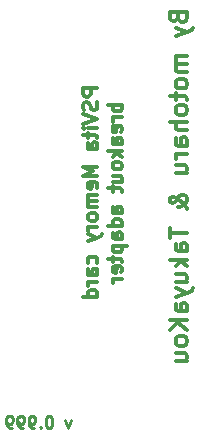
<source format=gbr>
G04 #@! TF.GenerationSoftware,KiCad,Pcbnew,(5.0.0)*
G04 #@! TF.CreationDate,2018-08-17T08:56:31+08:00*
G04 #@! TF.ProjectId,VitaMemBreakout,566974614D656D427265616B6F75742E,rev?*
G04 #@! TF.SameCoordinates,Original*
G04 #@! TF.FileFunction,Legend,Bot*
G04 #@! TF.FilePolarity,Positive*
%FSLAX46Y46*%
G04 Gerber Fmt 4.6, Leading zero omitted, Abs format (unit mm)*
G04 Created by KiCad (PCBNEW (5.0.0)) date 08/17/18 08:56:31*
%MOMM*%
%LPD*%
G01*
G04 APERTURE LIST*
%ADD10C,0.250000*%
%ADD11C,0.300000*%
G04 APERTURE END LIST*
D10*
X23526404Y-51398514D02*
X23288309Y-52065180D01*
X23050214Y-51398514D01*
X21716880Y-51065180D02*
X21621642Y-51065180D01*
X21526404Y-51112800D01*
X21478785Y-51160419D01*
X21431166Y-51255657D01*
X21383547Y-51446133D01*
X21383547Y-51684228D01*
X21431166Y-51874704D01*
X21478785Y-51969942D01*
X21526404Y-52017561D01*
X21621642Y-52065180D01*
X21716880Y-52065180D01*
X21812119Y-52017561D01*
X21859738Y-51969942D01*
X21907357Y-51874704D01*
X21954976Y-51684228D01*
X21954976Y-51446133D01*
X21907357Y-51255657D01*
X21859738Y-51160419D01*
X21812119Y-51112800D01*
X21716880Y-51065180D01*
X20954976Y-51969942D02*
X20907357Y-52017561D01*
X20954976Y-52065180D01*
X21002595Y-52017561D01*
X20954976Y-51969942D01*
X20954976Y-52065180D01*
X20431166Y-52065180D02*
X20240690Y-52065180D01*
X20145452Y-52017561D01*
X20097833Y-51969942D01*
X20002595Y-51827085D01*
X19954976Y-51636609D01*
X19954976Y-51255657D01*
X20002595Y-51160419D01*
X20050214Y-51112800D01*
X20145452Y-51065180D01*
X20335928Y-51065180D01*
X20431166Y-51112800D01*
X20478785Y-51160419D01*
X20526404Y-51255657D01*
X20526404Y-51493752D01*
X20478785Y-51588990D01*
X20431166Y-51636609D01*
X20335928Y-51684228D01*
X20145452Y-51684228D01*
X20050214Y-51636609D01*
X20002595Y-51588990D01*
X19954976Y-51493752D01*
X19478785Y-52065180D02*
X19288309Y-52065180D01*
X19193071Y-52017561D01*
X19145452Y-51969942D01*
X19050214Y-51827085D01*
X19002595Y-51636609D01*
X19002595Y-51255657D01*
X19050214Y-51160419D01*
X19097833Y-51112800D01*
X19193071Y-51065180D01*
X19383547Y-51065180D01*
X19478785Y-51112800D01*
X19526404Y-51160419D01*
X19574023Y-51255657D01*
X19574023Y-51493752D01*
X19526404Y-51588990D01*
X19478785Y-51636609D01*
X19383547Y-51684228D01*
X19193071Y-51684228D01*
X19097833Y-51636609D01*
X19050214Y-51588990D01*
X19002595Y-51493752D01*
X18526404Y-52065180D02*
X18335928Y-52065180D01*
X18240690Y-52017561D01*
X18193071Y-51969942D01*
X18097833Y-51827085D01*
X18050214Y-51636609D01*
X18050214Y-51255657D01*
X18097833Y-51160419D01*
X18145452Y-51112800D01*
X18240690Y-51065180D01*
X18431166Y-51065180D01*
X18526404Y-51112800D01*
X18574023Y-51160419D01*
X18621642Y-51255657D01*
X18621642Y-51493752D01*
X18574023Y-51588990D01*
X18526404Y-51636609D01*
X18431166Y-51684228D01*
X18240690Y-51684228D01*
X18145452Y-51636609D01*
X18097833Y-51588990D01*
X18050214Y-51493752D01*
D11*
X32595357Y-17311885D02*
X32666785Y-17526171D01*
X32738214Y-17597600D01*
X32881071Y-17669028D01*
X33095357Y-17669028D01*
X33238214Y-17597600D01*
X33309642Y-17526171D01*
X33381071Y-17383314D01*
X33381071Y-16811885D01*
X31881071Y-16811885D01*
X31881071Y-17311885D01*
X31952500Y-17454742D01*
X32023928Y-17526171D01*
X32166785Y-17597600D01*
X32309642Y-17597600D01*
X32452500Y-17526171D01*
X32523928Y-17454742D01*
X32595357Y-17311885D01*
X32595357Y-16811885D01*
X32381071Y-18169028D02*
X33381071Y-18526171D01*
X32381071Y-18883314D02*
X33381071Y-18526171D01*
X33738214Y-18383314D01*
X33809642Y-18311885D01*
X33881071Y-18169028D01*
X33381071Y-20597600D02*
X32381071Y-20597600D01*
X32523928Y-20597600D02*
X32452500Y-20669028D01*
X32381071Y-20811885D01*
X32381071Y-21026171D01*
X32452500Y-21169028D01*
X32595357Y-21240457D01*
X33381071Y-21240457D01*
X32595357Y-21240457D02*
X32452500Y-21311885D01*
X32381071Y-21454742D01*
X32381071Y-21669028D01*
X32452500Y-21811885D01*
X32595357Y-21883314D01*
X33381071Y-21883314D01*
X33381071Y-22811885D02*
X33309642Y-22669028D01*
X33238214Y-22597600D01*
X33095357Y-22526171D01*
X32666785Y-22526171D01*
X32523928Y-22597600D01*
X32452500Y-22669028D01*
X32381071Y-22811885D01*
X32381071Y-23026171D01*
X32452500Y-23169028D01*
X32523928Y-23240457D01*
X32666785Y-23311885D01*
X33095357Y-23311885D01*
X33238214Y-23240457D01*
X33309642Y-23169028D01*
X33381071Y-23026171D01*
X33381071Y-22811885D01*
X32381071Y-23740457D02*
X32381071Y-24311885D01*
X31881071Y-23954742D02*
X33166785Y-23954742D01*
X33309642Y-24026171D01*
X33381071Y-24169028D01*
X33381071Y-24311885D01*
X33381071Y-25026171D02*
X33309642Y-24883314D01*
X33238214Y-24811885D01*
X33095357Y-24740457D01*
X32666785Y-24740457D01*
X32523928Y-24811885D01*
X32452500Y-24883314D01*
X32381071Y-25026171D01*
X32381071Y-25240457D01*
X32452500Y-25383314D01*
X32523928Y-25454742D01*
X32666785Y-25526171D01*
X33095357Y-25526171D01*
X33238214Y-25454742D01*
X33309642Y-25383314D01*
X33381071Y-25240457D01*
X33381071Y-25026171D01*
X33381071Y-26169028D02*
X31881071Y-26169028D01*
X33381071Y-26811885D02*
X32595357Y-26811885D01*
X32452500Y-26740457D01*
X32381071Y-26597600D01*
X32381071Y-26383314D01*
X32452500Y-26240457D01*
X32523928Y-26169028D01*
X33381071Y-28169028D02*
X32595357Y-28169028D01*
X32452500Y-28097600D01*
X32381071Y-27954742D01*
X32381071Y-27669028D01*
X32452500Y-27526171D01*
X33309642Y-28169028D02*
X33381071Y-28026171D01*
X33381071Y-27669028D01*
X33309642Y-27526171D01*
X33166785Y-27454742D01*
X33023928Y-27454742D01*
X32881071Y-27526171D01*
X32809642Y-27669028D01*
X32809642Y-28026171D01*
X32738214Y-28169028D01*
X33381071Y-28883314D02*
X32381071Y-28883314D01*
X32666785Y-28883314D02*
X32523928Y-28954742D01*
X32452500Y-29026171D01*
X32381071Y-29169028D01*
X32381071Y-29311885D01*
X32381071Y-30454742D02*
X33381071Y-30454742D01*
X32381071Y-29811885D02*
X33166785Y-29811885D01*
X33309642Y-29883314D01*
X33381071Y-30026171D01*
X33381071Y-30240457D01*
X33309642Y-30383314D01*
X33238214Y-30454742D01*
X33381071Y-33526171D02*
X33381071Y-33454742D01*
X33309642Y-33311885D01*
X33095357Y-33097600D01*
X32666785Y-32740457D01*
X32452500Y-32597600D01*
X32238214Y-32526171D01*
X32095357Y-32526171D01*
X31952500Y-32597600D01*
X31881071Y-32740457D01*
X31881071Y-32811885D01*
X31952500Y-32954742D01*
X32095357Y-33026171D01*
X32166785Y-33026171D01*
X32309642Y-32954742D01*
X32381071Y-32883314D01*
X32666785Y-32454742D01*
X32738214Y-32383314D01*
X32881071Y-32311885D01*
X33095357Y-32311885D01*
X33238214Y-32383314D01*
X33309642Y-32454742D01*
X33381071Y-32597600D01*
X33381071Y-32811885D01*
X33309642Y-32954742D01*
X33238214Y-33026171D01*
X32952500Y-33240457D01*
X32738214Y-33311885D01*
X32595357Y-33311885D01*
X31881071Y-35097600D02*
X31881071Y-35954742D01*
X33381071Y-35526171D02*
X31881071Y-35526171D01*
X33381071Y-37097600D02*
X32595357Y-37097600D01*
X32452500Y-37026171D01*
X32381071Y-36883314D01*
X32381071Y-36597600D01*
X32452500Y-36454742D01*
X33309642Y-37097600D02*
X33381071Y-36954742D01*
X33381071Y-36597600D01*
X33309642Y-36454742D01*
X33166785Y-36383314D01*
X33023928Y-36383314D01*
X32881071Y-36454742D01*
X32809642Y-36597600D01*
X32809642Y-36954742D01*
X32738214Y-37097600D01*
X33381071Y-37811885D02*
X31881071Y-37811885D01*
X32809642Y-37954742D02*
X33381071Y-38383314D01*
X32381071Y-38383314D02*
X32952500Y-37811885D01*
X32381071Y-39669028D02*
X33381071Y-39669028D01*
X32381071Y-39026171D02*
X33166785Y-39026171D01*
X33309642Y-39097600D01*
X33381071Y-39240457D01*
X33381071Y-39454742D01*
X33309642Y-39597600D01*
X33238214Y-39669028D01*
X32381071Y-40240457D02*
X33381071Y-40597600D01*
X32381071Y-40954742D02*
X33381071Y-40597600D01*
X33738214Y-40454742D01*
X33809642Y-40383314D01*
X33881071Y-40240457D01*
X33381071Y-42169028D02*
X32595357Y-42169028D01*
X32452500Y-42097600D01*
X32381071Y-41954742D01*
X32381071Y-41669028D01*
X32452500Y-41526171D01*
X33309642Y-42169028D02*
X33381071Y-42026171D01*
X33381071Y-41669028D01*
X33309642Y-41526171D01*
X33166785Y-41454742D01*
X33023928Y-41454742D01*
X32881071Y-41526171D01*
X32809642Y-41669028D01*
X32809642Y-42026171D01*
X32738214Y-42169028D01*
X33381071Y-42883314D02*
X31881071Y-42883314D01*
X33381071Y-43740457D02*
X32523928Y-43097600D01*
X31881071Y-43740457D02*
X32738214Y-42883314D01*
X33381071Y-44597600D02*
X33309642Y-44454742D01*
X33238214Y-44383314D01*
X33095357Y-44311885D01*
X32666785Y-44311885D01*
X32523928Y-44383314D01*
X32452500Y-44454742D01*
X32381071Y-44597600D01*
X32381071Y-44811885D01*
X32452500Y-44954742D01*
X32523928Y-45026171D01*
X32666785Y-45097600D01*
X33095357Y-45097600D01*
X33238214Y-45026171D01*
X33309642Y-44954742D01*
X33381071Y-44811885D01*
X33381071Y-44597600D01*
X32381071Y-46383314D02*
X33381071Y-46383314D01*
X32381071Y-45740457D02*
X33166785Y-45740457D01*
X33309642Y-45811885D01*
X33381071Y-45954742D01*
X33381071Y-46169028D01*
X33309642Y-46311885D01*
X33238214Y-46383314D01*
X25756457Y-23315128D02*
X24556457Y-23315128D01*
X24556457Y-23772271D01*
X24613600Y-23886557D01*
X24670742Y-23943700D01*
X24785028Y-24000842D01*
X24956457Y-24000842D01*
X25070742Y-23943700D01*
X25127885Y-23886557D01*
X25185028Y-23772271D01*
X25185028Y-23315128D01*
X25699314Y-24457985D02*
X25756457Y-24629414D01*
X25756457Y-24915128D01*
X25699314Y-25029414D01*
X25642171Y-25086557D01*
X25527885Y-25143700D01*
X25413600Y-25143700D01*
X25299314Y-25086557D01*
X25242171Y-25029414D01*
X25185028Y-24915128D01*
X25127885Y-24686557D01*
X25070742Y-24572271D01*
X25013600Y-24515128D01*
X24899314Y-24457985D01*
X24785028Y-24457985D01*
X24670742Y-24515128D01*
X24613600Y-24572271D01*
X24556457Y-24686557D01*
X24556457Y-24972271D01*
X24613600Y-25143700D01*
X24556457Y-25486557D02*
X25756457Y-25886557D01*
X24556457Y-26286557D01*
X25756457Y-26686557D02*
X24956457Y-26686557D01*
X24556457Y-26686557D02*
X24613600Y-26629414D01*
X24670742Y-26686557D01*
X24613600Y-26743700D01*
X24556457Y-26686557D01*
X24670742Y-26686557D01*
X24956457Y-27086557D02*
X24956457Y-27543700D01*
X24556457Y-27257985D02*
X25585028Y-27257985D01*
X25699314Y-27315128D01*
X25756457Y-27429414D01*
X25756457Y-27543700D01*
X25756457Y-28457985D02*
X25127885Y-28457985D01*
X25013600Y-28400842D01*
X24956457Y-28286557D01*
X24956457Y-28057985D01*
X25013600Y-27943700D01*
X25699314Y-28457985D02*
X25756457Y-28343700D01*
X25756457Y-28057985D01*
X25699314Y-27943700D01*
X25585028Y-27886557D01*
X25470742Y-27886557D01*
X25356457Y-27943700D01*
X25299314Y-28057985D01*
X25299314Y-28343700D01*
X25242171Y-28457985D01*
X25756457Y-29943700D02*
X24556457Y-29943700D01*
X25413600Y-30343700D01*
X24556457Y-30743700D01*
X25756457Y-30743700D01*
X25699314Y-31772271D02*
X25756457Y-31657985D01*
X25756457Y-31429414D01*
X25699314Y-31315128D01*
X25585028Y-31257985D01*
X25127885Y-31257985D01*
X25013600Y-31315128D01*
X24956457Y-31429414D01*
X24956457Y-31657985D01*
X25013600Y-31772271D01*
X25127885Y-31829414D01*
X25242171Y-31829414D01*
X25356457Y-31257985D01*
X25756457Y-32343700D02*
X24956457Y-32343700D01*
X25070742Y-32343700D02*
X25013600Y-32400842D01*
X24956457Y-32515128D01*
X24956457Y-32686557D01*
X25013600Y-32800842D01*
X25127885Y-32857985D01*
X25756457Y-32857985D01*
X25127885Y-32857985D02*
X25013600Y-32915128D01*
X24956457Y-33029414D01*
X24956457Y-33200842D01*
X25013600Y-33315128D01*
X25127885Y-33372271D01*
X25756457Y-33372271D01*
X25756457Y-34115128D02*
X25699314Y-34000842D01*
X25642171Y-33943700D01*
X25527885Y-33886557D01*
X25185028Y-33886557D01*
X25070742Y-33943700D01*
X25013600Y-34000842D01*
X24956457Y-34115128D01*
X24956457Y-34286557D01*
X25013600Y-34400842D01*
X25070742Y-34457985D01*
X25185028Y-34515128D01*
X25527885Y-34515128D01*
X25642171Y-34457985D01*
X25699314Y-34400842D01*
X25756457Y-34286557D01*
X25756457Y-34115128D01*
X25756457Y-35029414D02*
X24956457Y-35029414D01*
X25185028Y-35029414D02*
X25070742Y-35086557D01*
X25013600Y-35143700D01*
X24956457Y-35257985D01*
X24956457Y-35372271D01*
X24956457Y-35657985D02*
X25756457Y-35943700D01*
X24956457Y-36229414D02*
X25756457Y-35943700D01*
X26042171Y-35829414D01*
X26099314Y-35772271D01*
X26156457Y-35657985D01*
X25699314Y-38115128D02*
X25756457Y-38000842D01*
X25756457Y-37772271D01*
X25699314Y-37657985D01*
X25642171Y-37600842D01*
X25527885Y-37543700D01*
X25185028Y-37543700D01*
X25070742Y-37600842D01*
X25013600Y-37657985D01*
X24956457Y-37772271D01*
X24956457Y-38000842D01*
X25013600Y-38115128D01*
X25756457Y-39143700D02*
X25127885Y-39143700D01*
X25013600Y-39086557D01*
X24956457Y-38972271D01*
X24956457Y-38743700D01*
X25013600Y-38629414D01*
X25699314Y-39143700D02*
X25756457Y-39029414D01*
X25756457Y-38743700D01*
X25699314Y-38629414D01*
X25585028Y-38572271D01*
X25470742Y-38572271D01*
X25356457Y-38629414D01*
X25299314Y-38743700D01*
X25299314Y-39029414D01*
X25242171Y-39143700D01*
X25756457Y-39715128D02*
X24956457Y-39715128D01*
X25185028Y-39715128D02*
X25070742Y-39772271D01*
X25013600Y-39829414D01*
X24956457Y-39943700D01*
X24956457Y-40057985D01*
X25756457Y-40972271D02*
X24556457Y-40972271D01*
X25699314Y-40972271D02*
X25756457Y-40857985D01*
X25756457Y-40629414D01*
X25699314Y-40515128D01*
X25642171Y-40457985D01*
X25527885Y-40400842D01*
X25185028Y-40400842D01*
X25070742Y-40457985D01*
X25013600Y-40515128D01*
X24956457Y-40629414D01*
X24956457Y-40857985D01*
X25013600Y-40972271D01*
X27856457Y-24686557D02*
X26656457Y-24686557D01*
X27113600Y-24686557D02*
X27056457Y-24800842D01*
X27056457Y-25029414D01*
X27113600Y-25143700D01*
X27170742Y-25200842D01*
X27285028Y-25257985D01*
X27627885Y-25257985D01*
X27742171Y-25200842D01*
X27799314Y-25143700D01*
X27856457Y-25029414D01*
X27856457Y-24800842D01*
X27799314Y-24686557D01*
X27856457Y-25772271D02*
X27056457Y-25772271D01*
X27285028Y-25772271D02*
X27170742Y-25829414D01*
X27113600Y-25886557D01*
X27056457Y-26000842D01*
X27056457Y-26115128D01*
X27799314Y-26972271D02*
X27856457Y-26857985D01*
X27856457Y-26629414D01*
X27799314Y-26515128D01*
X27685028Y-26457985D01*
X27227885Y-26457985D01*
X27113600Y-26515128D01*
X27056457Y-26629414D01*
X27056457Y-26857985D01*
X27113600Y-26972271D01*
X27227885Y-27029414D01*
X27342171Y-27029414D01*
X27456457Y-26457985D01*
X27856457Y-28057985D02*
X27227885Y-28057985D01*
X27113600Y-28000842D01*
X27056457Y-27886557D01*
X27056457Y-27657985D01*
X27113600Y-27543700D01*
X27799314Y-28057985D02*
X27856457Y-27943700D01*
X27856457Y-27657985D01*
X27799314Y-27543700D01*
X27685028Y-27486557D01*
X27570742Y-27486557D01*
X27456457Y-27543700D01*
X27399314Y-27657985D01*
X27399314Y-27943700D01*
X27342171Y-28057985D01*
X27856457Y-28629414D02*
X26656457Y-28629414D01*
X27399314Y-28743700D02*
X27856457Y-29086557D01*
X27056457Y-29086557D02*
X27513600Y-28629414D01*
X27856457Y-29772271D02*
X27799314Y-29657985D01*
X27742171Y-29600842D01*
X27627885Y-29543700D01*
X27285028Y-29543700D01*
X27170742Y-29600842D01*
X27113600Y-29657985D01*
X27056457Y-29772271D01*
X27056457Y-29943700D01*
X27113600Y-30057985D01*
X27170742Y-30115128D01*
X27285028Y-30172271D01*
X27627885Y-30172271D01*
X27742171Y-30115128D01*
X27799314Y-30057985D01*
X27856457Y-29943700D01*
X27856457Y-29772271D01*
X27056457Y-31200842D02*
X27856457Y-31200842D01*
X27056457Y-30686557D02*
X27685028Y-30686557D01*
X27799314Y-30743700D01*
X27856457Y-30857985D01*
X27856457Y-31029414D01*
X27799314Y-31143700D01*
X27742171Y-31200842D01*
X27056457Y-31600842D02*
X27056457Y-32057985D01*
X26656457Y-31772271D02*
X27685028Y-31772271D01*
X27799314Y-31829414D01*
X27856457Y-31943700D01*
X27856457Y-32057985D01*
X27856457Y-33886557D02*
X27227885Y-33886557D01*
X27113600Y-33829414D01*
X27056457Y-33715128D01*
X27056457Y-33486557D01*
X27113600Y-33372271D01*
X27799314Y-33886557D02*
X27856457Y-33772271D01*
X27856457Y-33486557D01*
X27799314Y-33372271D01*
X27685028Y-33315128D01*
X27570742Y-33315128D01*
X27456457Y-33372271D01*
X27399314Y-33486557D01*
X27399314Y-33772271D01*
X27342171Y-33886557D01*
X27856457Y-34972271D02*
X26656457Y-34972271D01*
X27799314Y-34972271D02*
X27856457Y-34857985D01*
X27856457Y-34629414D01*
X27799314Y-34515128D01*
X27742171Y-34457985D01*
X27627885Y-34400842D01*
X27285028Y-34400842D01*
X27170742Y-34457985D01*
X27113600Y-34515128D01*
X27056457Y-34629414D01*
X27056457Y-34857985D01*
X27113600Y-34972271D01*
X27856457Y-36057985D02*
X27227885Y-36057985D01*
X27113600Y-36000842D01*
X27056457Y-35886557D01*
X27056457Y-35657985D01*
X27113600Y-35543700D01*
X27799314Y-36057985D02*
X27856457Y-35943700D01*
X27856457Y-35657985D01*
X27799314Y-35543700D01*
X27685028Y-35486557D01*
X27570742Y-35486557D01*
X27456457Y-35543700D01*
X27399314Y-35657985D01*
X27399314Y-35943700D01*
X27342171Y-36057985D01*
X27056457Y-36629414D02*
X28256457Y-36629414D01*
X27113600Y-36629414D02*
X27056457Y-36743700D01*
X27056457Y-36972271D01*
X27113600Y-37086557D01*
X27170742Y-37143700D01*
X27285028Y-37200842D01*
X27627885Y-37200842D01*
X27742171Y-37143700D01*
X27799314Y-37086557D01*
X27856457Y-36972271D01*
X27856457Y-36743700D01*
X27799314Y-36629414D01*
X27056457Y-37543700D02*
X27056457Y-38000842D01*
X26656457Y-37715128D02*
X27685028Y-37715128D01*
X27799314Y-37772271D01*
X27856457Y-37886557D01*
X27856457Y-38000842D01*
X27799314Y-38857985D02*
X27856457Y-38743700D01*
X27856457Y-38515128D01*
X27799314Y-38400842D01*
X27685028Y-38343700D01*
X27227885Y-38343700D01*
X27113600Y-38400842D01*
X27056457Y-38515128D01*
X27056457Y-38743700D01*
X27113600Y-38857985D01*
X27227885Y-38915128D01*
X27342171Y-38915128D01*
X27456457Y-38343700D01*
X27856457Y-39429414D02*
X27056457Y-39429414D01*
X27285028Y-39429414D02*
X27170742Y-39486557D01*
X27113600Y-39543700D01*
X27056457Y-39657985D01*
X27056457Y-39772271D01*
M02*

</source>
